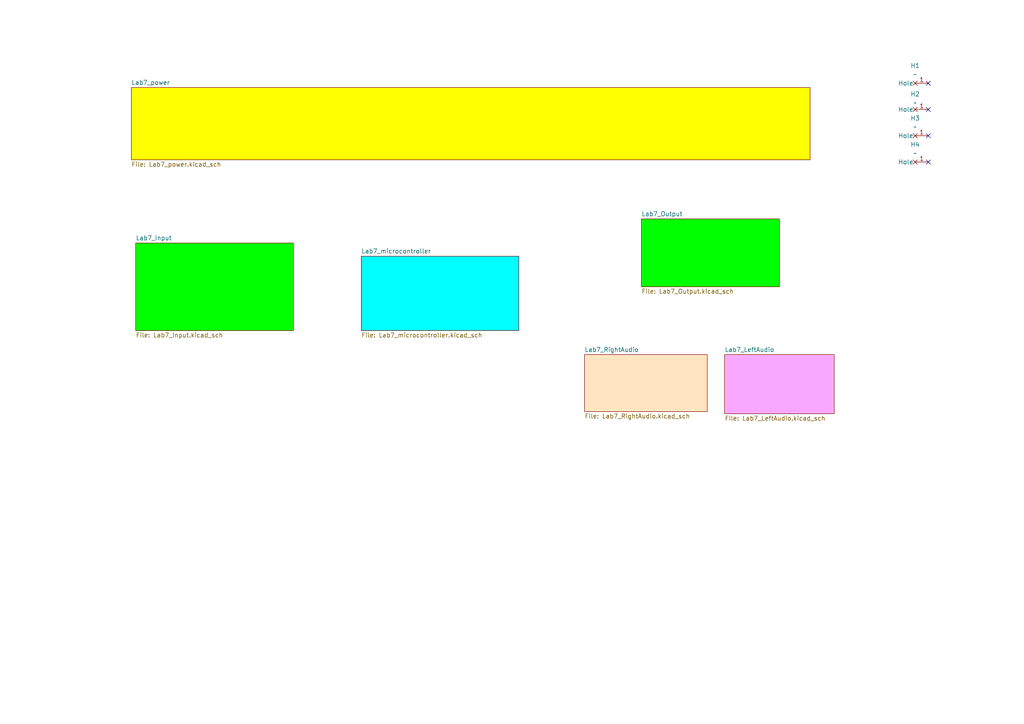
<source format=kicad_sch>
(kicad_sch (version 20250114) (generator "eeschema") (generator_version "9.0")
  (paper "A4")
  (title_block (title "ECE 445L Lab7") (date "2025-01-13") (rev "v1.0.0") (company "The University of Texas at Austin"))
  (lib_symbols
    (symbol "ECE445L:MountingHole"
      (property "Reference" "H" (at 0 0 0))
      (symbol "MountingHole_1_1"
        (pin power_in non_logic (at 0 0 180) (length 3.81) (name "Hole") (number "1"))
      )
    )
  )
  (no_connect (at 269.24 46.99))
  (no_connect (at 269.24 31.75))
  (no_connect (at 269.24 39.37))
  (no_connect (at 269.24 24.13))
  (symbol (lib_id "ECE445L:MountingHole") (at 269.24 24.13 0) (unit 1)
    (property "Reference" "H1" (at 265.43 19.05 0))
    (property "Value" "~" (at 265.43 21.59 0))
    (property "Footprint" "ECE445L:MountingHole_4_40" (effects (hide yes)))
    (property "Description" "Drill hole for 4-40 screw" (effects (hide yes)))
  )
  (symbol (lib_id "ECE445L:MountingHole") (at 269.24 31.75 0) (unit 1)
    (property "Reference" "H2" (at 265.43 27.305 0))
    (property "Value" "~" (at 265.43 29.845 0))
    (property "Footprint" "ECE445L:MountingHole_4_40" (effects (hide yes)))
    (property "Description" "Drill hole for 4-40 screw" (effects (hide yes)))
  )
  (symbol (lib_id "ECE445L:MountingHole") (at 269.24 39.37 0) (unit 1)
    (property "Reference" "H3" (at 265.43 34.29 0))
    (property "Value" "~" (at 265.43 36.83 0))
    (property "Footprint" "ECE445L:MountingHole_4_40" (effects (hide yes)))
    (property "Description" "Drill hole for 4-40 screw" (effects (hide yes)))
  )
  (symbol (lib_id "ECE445L:MountingHole") (at 269.24 46.99 0) (unit 1)
    (property "Reference" "H4" (at 265.43 41.91 0))
    (property "Value" "~" (at 265.43 44.45 0))
    (property "Footprint" "ECE445L:MountingHole_4_40" (effects (hide yes)))
    (property "Description" "Drill hole for 4-40 screw" (effects (hide yes)))
  )
  (sheet (at 38.1 25.4) (size 196.85 20.955) (stroke (width 0.1524)) (fill (color 255 255 0 1.0000))
    (property "Sheetname" "Lab7_power" (at 38.1 24.6884 0) (effects (justify left bottom)))
    (property "Sheetfile" "Lab7_power.kicad_sch" (at 38.1 46.9396 0) (effects (justify left top)))
  )
  (sheet (at 210.185 102.87) (size 31.75 17.145) (stroke (width 0.1524)) (fill (color 248 169 255 1.0000))
    (property "Sheetname" "Lab7_LeftAudio" (at 210.185 102.1584 0) (effects (justify left bottom)))
    (property "Sheetfile" "Lab7_LeftAudio.kicad_sch" (at 210.185 120.5996 0) (effects (justify left top)))
  )
  (sheet (at 169.545 102.87) (size 35.56 16.51) (stroke (width 0.1524)) (fill (color 255 229 191 1.0000))
    (property "Sheetname" "Lab7_RightAudio" (at 169.545 102.1584 0) (effects (justify left bottom)))
    (property "Sheetfile" "Lab7_RightAudio.kicad_sch" (at 169.545 119.9646 0) (effects (justify left top)))
  )
  (sheet (at 186.055 63.5) (size 40.005 19.685) (stroke (width 0.1524)) (fill (color 0 255 0 1.0000))
    (property "Sheetname" "Lab7_Output" (at 186.055 62.7884 0) (effects (justify left bottom)))
    (property "Sheetfile" "Lab7_Output.kicad_sch" (at 186.055 83.7696 0) (effects (justify left top)))
  )
  (sheet (at 104.775 74.295) (size 45.72 21.59) (stroke (width 0.1524)) (fill (color 0 255 255 1.0000))
    (property "Sheetname" "Lab7_microcontroller" (at 104.775 73.5834 0) (effects (justify left bottom)))
    (property "Sheetfile" "Lab7_microcontroller.kicad_sch" (at 104.775 96.4696 0) (effects (justify left top)))
  )
  (sheet (at 39.37 70.485) (size 45.72 25.4) (stroke (width 0.1524)) (fill (color 0 255 0 1.0000))
    (property "Sheetname" "Lab7_Input" (at 39.37 69.7734 0) (effects (justify left bottom)))
    (property "Sheetfile" "Lab7_Input.kicad_sch" (at 39.37 96.4696 0) (effects (justify left top)))
  )
)
</source>
